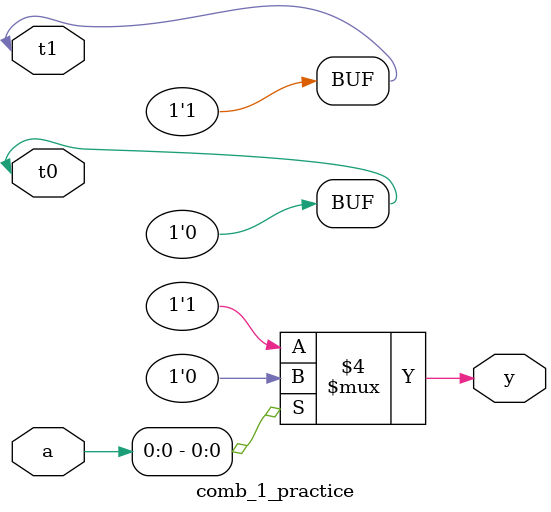
<source format=v>
`timescale 1ns / 1ps


module comb_1_practice(
a,y,t0,t1
    );
    input [7:0]a;
    input t0,t1;
    output reg y;
    assign t0 =1'b0;
    assign t1 =1'b1;
    
    always @(*) begin
     if (a[0]==1'b1) begin
     y=t0;
     end
     else begin
     y=t1;
     end
    end
endmodule
</source>
